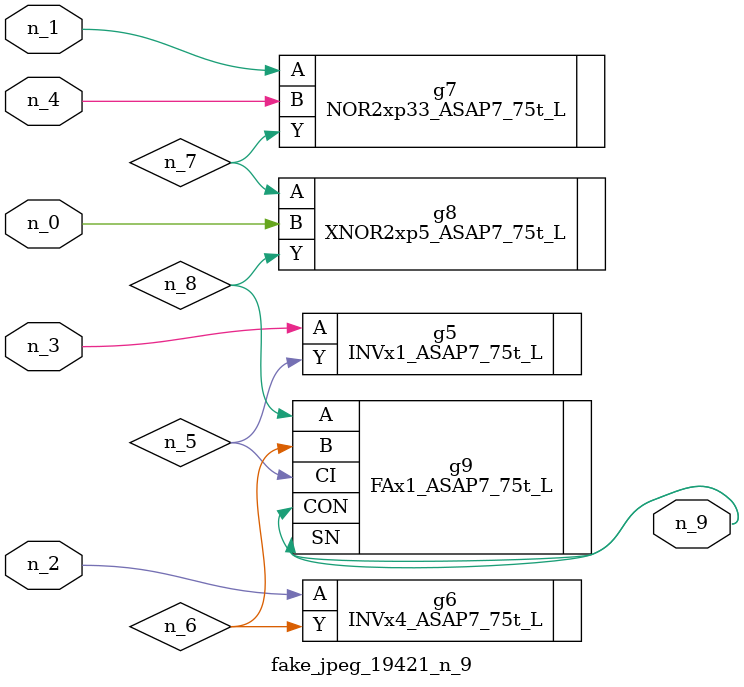
<source format=v>
module fake_jpeg_19421_n_9 (n_3, n_2, n_1, n_0, n_4, n_9);

input n_3;
input n_2;
input n_1;
input n_0;
input n_4;

output n_9;

wire n_8;
wire n_6;
wire n_5;
wire n_7;

INVx1_ASAP7_75t_L g5 ( 
.A(n_3),
.Y(n_5)
);

INVx4_ASAP7_75t_L g6 ( 
.A(n_2),
.Y(n_6)
);

NOR2xp33_ASAP7_75t_L g7 ( 
.A(n_1),
.B(n_4),
.Y(n_7)
);

XNOR2xp5_ASAP7_75t_L g8 ( 
.A(n_7),
.B(n_0),
.Y(n_8)
);

FAx1_ASAP7_75t_L g9 ( 
.A(n_8),
.B(n_6),
.CI(n_5),
.CON(n_9),
.SN(n_9)
);


endmodule
</source>
